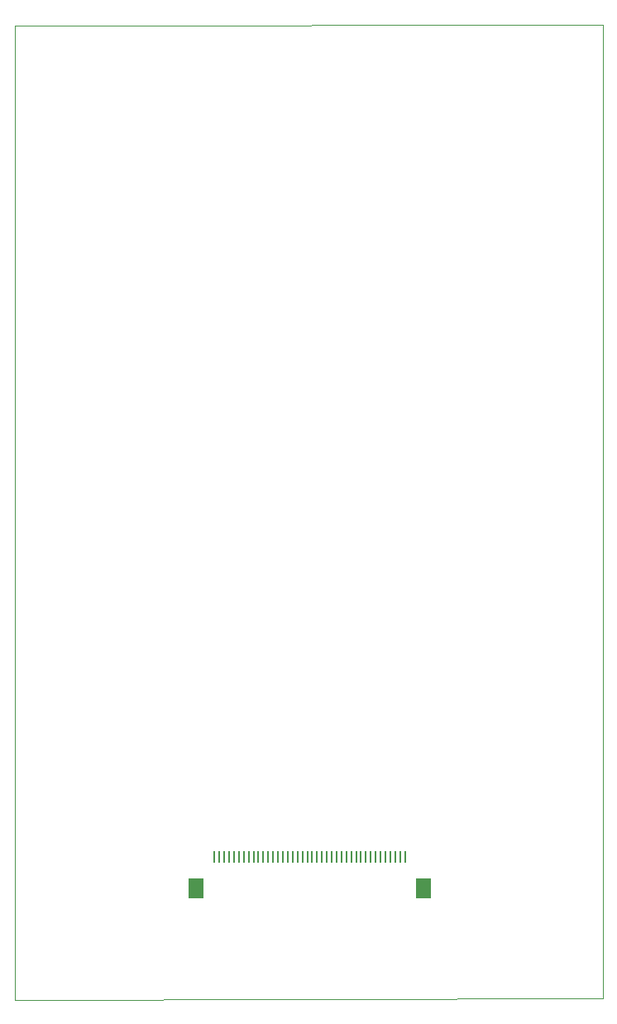
<source format=gtp>
G75*
%MOIN*%
%OFA0B0*%
%FSLAX25Y25*%
%IPPOS*%
%LPD*%
%AMOC8*
5,1,8,0,0,1.08239X$1,22.5*
%
%ADD10C,0.00000*%
%ADD11R,0.00984X0.04921*%
%ADD12R,0.06496X0.08071*%
D10*
X0001739Y0002810D02*
X0001739Y0395311D01*
X0238660Y0395811D01*
X0238660Y0003310D01*
X0001739Y0002810D01*
D11*
X0082253Y0060406D03*
X0084221Y0060406D03*
X0086190Y0060406D03*
X0088158Y0060406D03*
X0090127Y0060406D03*
X0092095Y0060406D03*
X0094064Y0060406D03*
X0096032Y0060406D03*
X0098001Y0060406D03*
X0099969Y0060406D03*
X0101938Y0060406D03*
X0103906Y0060406D03*
X0105875Y0060406D03*
X0107843Y0060406D03*
X0109812Y0060406D03*
X0111780Y0060406D03*
X0113749Y0060406D03*
X0115717Y0060406D03*
X0117686Y0060406D03*
X0119654Y0060406D03*
X0121623Y0060406D03*
X0123591Y0060406D03*
X0125560Y0060406D03*
X0127528Y0060406D03*
X0129497Y0060406D03*
X0131465Y0060406D03*
X0133434Y0060406D03*
X0135402Y0060406D03*
X0137371Y0060406D03*
X0139339Y0060406D03*
X0141308Y0060406D03*
X0143276Y0060406D03*
X0145245Y0060406D03*
X0147213Y0060406D03*
X0149182Y0060406D03*
X0151150Y0060406D03*
X0153119Y0060406D03*
X0155087Y0060406D03*
X0157056Y0060406D03*
X0159024Y0060406D03*
D12*
X0166505Y0047610D03*
X0074772Y0047610D03*
M02*

</source>
